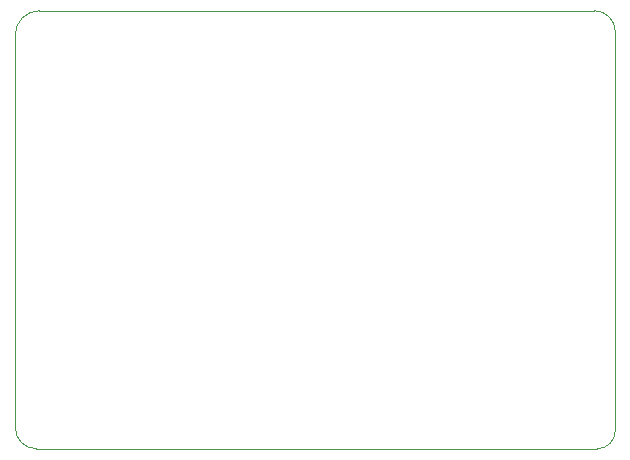
<source format=gbr>
G04 #@! TF.GenerationSoftware,KiCad,Pcbnew,(5.1.4)-1*
G04 #@! TF.CreationDate,2020-01-16T18:32:52+01:00*
G04 #@! TF.ProjectId,lumos-cache,6c756d6f-732d-4636-9163-68652e6b6963,rev?*
G04 #@! TF.SameCoordinates,Original*
G04 #@! TF.FileFunction,Profile,NP*
%FSLAX46Y46*%
G04 Gerber Fmt 4.6, Leading zero omitted, Abs format (unit mm)*
G04 Created by KiCad (PCBNEW (5.1.4)-1) date 2020-01-16 18:32:52*
%MOMM*%
%LPD*%
G04 APERTURE LIST*
%ADD10C,0.050000*%
G04 APERTURE END LIST*
D10*
X111252000Y-33020000D02*
G75*
G02X113284000Y-30988000I2032000J0D01*
G01*
X111252000Y-66294000D02*
X111252000Y-33020000D01*
X113030000Y-68072000D02*
G75*
G02X111252000Y-66294000I0J1778000D01*
G01*
X162052000Y-66548000D02*
G75*
G02X160528000Y-68072000I-1524000J0D01*
G01*
X162052000Y-32766000D02*
X162052000Y-66548000D01*
X160274000Y-30988000D02*
G75*
G02X162052000Y-32766000I0J-1778000D01*
G01*
X113030000Y-68072000D02*
X160528000Y-68072000D01*
X113284000Y-30988000D02*
X160274000Y-30988000D01*
M02*

</source>
